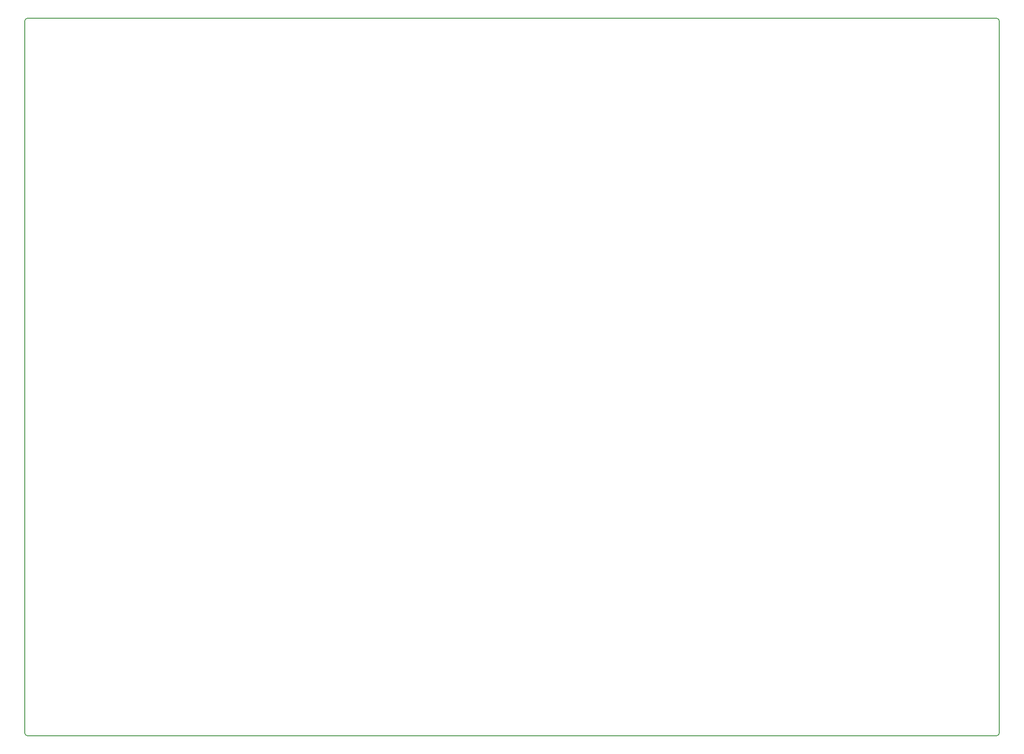
<source format=gbr>
G04 CAM350 V10.5 (Build 464) Date:  Wed Nov 01 10:35:12 2023 *
G04 Database: (Untitled) *
G04 Layer 5: gko *
%FSLAX25Y25*%
%MOIN*%
%SFA1.000B1.000*%

%MIA0B0*%
%IPPOS*%
%ADD93C,0.00600*%
%LNgko*%
%LPD*%
G54D93*
X1969Y0D02*
G01X746063D01*
X748031Y1969D02*
G01Y549214D01*
X746063Y551182D02*
G01X1969D01*
X0Y549214D02*
G01Y1969D01*
X1969Y551182D02*
G75*
G03X0Y549214J-1968D01*
X748031D02*
G03X746063Y551182I-1968D01*
Y0D02*
G03X748031Y1969J1969D01*
X0D02*
G03X1969Y0I1969D01*
M02*

</source>
